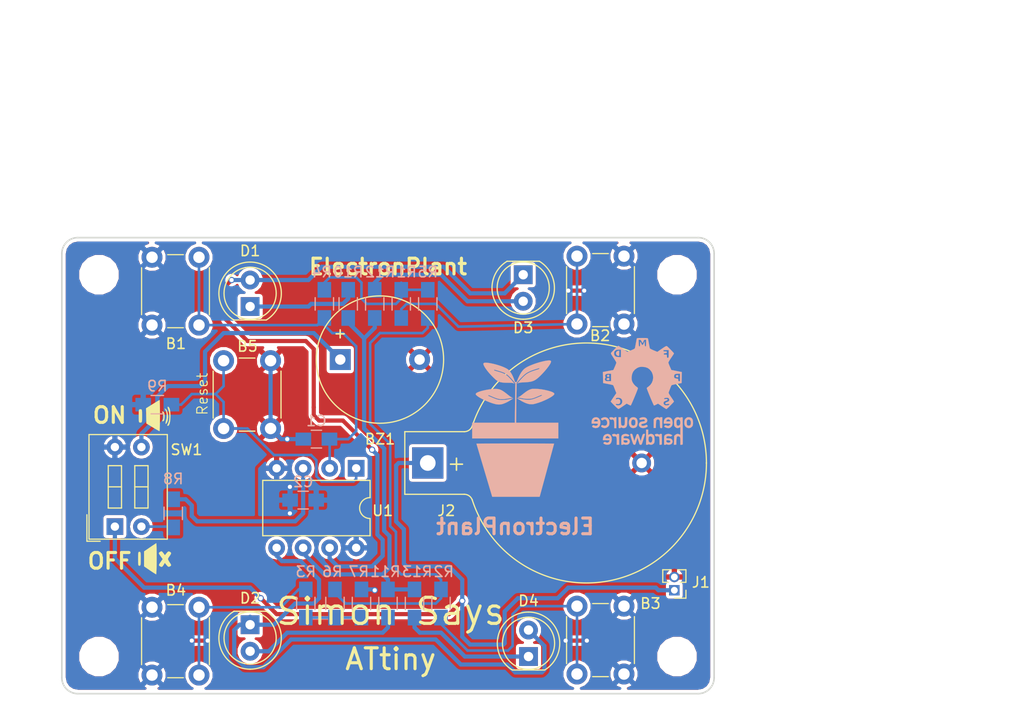
<source format=kicad_pcb>
(kicad_pcb (version 4) (host pcbnew 4.0.7)
  (title_block (title "Simon Says ATtiny") (date 2018-01-28) (rev 1) (company ElectronPlant))
  (layers (0 F.Cu signal) (31 B.Cu signal) (34 B.Paste user) (35 F.Paste user) (36 B.SilkS user) (37 F.SilkS user) (38 B.Mask user) (39 F.Mask user) (44 Edge.Cuts user))
  (net 0 "")
  (net 1 /BUTTONS)
  (net 2 VCC)
  (net 3 "Net-(B2-Pad2)")
  (net 4 "Net-(B3-Pad2)")
  (net 5 "Net-(B4-Pad2)")
  (net 6 GND)
  (net 7 /N_RESET)
  (net 8 /SPEAKER)
  (net 9 "Net-(D1-Pad1)")
  (net 10 /LED1)
  (net 11 /LED3)
  (net 12 "Net-(D2-Pad2)")
  (net 13 "Net-(D3-Pad2)")
  (net 14 "Net-(D4-Pad1)")
  (net 15 /BAT_INPUT)
  (net 16 "Net-(R1-Pad1)")
  (net 17 "Net-(R2-Pad1)")
  (net 18 "Net-(R3-Pad1)")
  (net 19 "Net-(R8-Pad1)")
  (net 20 /SPEAKER_R)
  (net 21 /LED2)
  (module simon_say:main_logo (layer B.Cu) (at 155.956 93.98 180)
    (fp_text reference G*** hide)
    (fp_text value LOGO hide)
  )
  (module Buttons_Switches_THT:SW_PUSH_6mm (layer F.Cu) (at 128.016 93.98 90)
    (fp_text reference B5 (at 7.874 2.286 180) (layer F.SilkS))
    (fp_text value SW_Push)
    (pad 2 thru_hole circle (at 0 4.5 180) (size 2 2) (drill 1.1) (layers *.Cu *.Mask) (net 6 GND))
    (pad 1 thru_hole circle (at 0 0 180) (size 2 2) (drill 1.1) (layers *.Cu *.Mask) (net 7 /N_RESET))
    (pad 2 thru_hole circle (at 6.5 4.5 180) (size 2 2) (drill 1.1) (layers *.Cu *.Mask) (net 6 GND))
    (pad 1 thru_hole circle (at 6.5 0 180) (size 2 2) (drill 1.1) (layers *.Cu *.Mask) (net 7 /N_RESET))
  )
  (module Buttons_Switches_THT:SW_DIP_x2_W7.62mm_Slide (layer F.Cu) (at 117.602 103.378 90)
    (fp_text reference SW1 (at 7.366 6.858 180) (layer F.SilkS))
    (fp_text value SW_DIP_x02)
    (pad 1 thru_hole rect (at 0 0 90) (size 1.6 1.6) (drill 0.8) (layers *.Cu *.Mask) (net 15 /BAT_INPUT))
    (pad 3 thru_hole oval (at 7.62 2.54 90) (size 1.6 1.6) (drill 0.8) (layers *.Cu *.Mask) (net 8 /SPEAKER))
    (pad 2 thru_hole oval (at 0 2.54 90) (size 1.6 1.6) (drill 0.8) (layers *.Cu *.Mask) (net 19 "Net-(R8-Pad1)"))
    (pad 4 thru_hole oval (at 7.62 0 90) (size 1.6 1.6) (drill 0.8) (layers *.Cu *.Mask) (net 2 VCC))
  )
  (module Buttons_Switches_THT:SW_PUSH_6mm (layer F.Cu) (at 166.37 110.998 270)
    (fp_text reference B3 (at -0.254 -2.54 360) (layer F.SilkS))
    (fp_text value SW_Push)
    (pad 2 thru_hole circle (at 0 4.5) (size 2 2) (drill 1.1) (layers *.Cu *.Mask) (net 4 "Net-(B3-Pad2)"))
    (pad 1 thru_hole circle (at 0 0) (size 2 2) (drill 1.1) (layers *.Cu *.Mask) (net 2 VCC))
    (pad 2 thru_hole circle (at 6.5 4.5) (size 2 2) (drill 1.1) (layers *.Cu *.Mask) (net 4 "Net-(B3-Pad2)"))
    (pad 1 thru_hole circle (at 6.5 0) (size 2 2) (drill 1.1) (layers *.Cu *.Mask) (net 2 VCC))
  )
  (module Buttons_Switches_THT:SW_PUSH_6mm (layer F.Cu) (at 121.158 84.074 90)
    (fp_text reference B1 (at -1.778 2.286 180) (layer F.SilkS))
    (fp_text value SW_Push)
    (pad 2 thru_hole circle (at 0 4.5 180) (size 2 2) (drill 1.1) (layers *.Cu *.Mask) (net 1 /BUTTONS))
    (pad 1 thru_hole circle (at 0 0 180) (size 2 2) (drill 1.1) (layers *.Cu *.Mask) (net 2 VCC))
    (pad 2 thru_hole circle (at 6.5 4.5 180) (size 2 2) (drill 1.1) (layers *.Cu *.Mask) (net 1 /BUTTONS))
    (pad 1 thru_hole circle (at 6.5 0 180) (size 2 2) (drill 1.1) (layers *.Cu *.Mask) (net 2 VCC))
  )
  (module Buttons_Switches_THT:SW_PUSH_6mm (layer F.Cu) (at 166.37 77.47 270)
    (fp_text reference B2 (at 7.62 2.286 360) (layer F.SilkS))
    (fp_text value SW_Push)
    (pad 2 thru_hole circle (at 0 4.5) (size 2 2) (drill 1.1) (layers *.Cu *.Mask) (net 3 "Net-(B2-Pad2)"))
    (pad 1 thru_hole circle (at 0 0) (size 2 2) (drill 1.1) (layers *.Cu *.Mask) (net 2 VCC))
    (pad 2 thru_hole circle (at 6.5 4.5) (size 2 2) (drill 1.1) (layers *.Cu *.Mask) (net 3 "Net-(B2-Pad2)"))
    (pad 1 thru_hole circle (at 6.5 0) (size 2 2) (drill 1.1) (layers *.Cu *.Mask) (net 2 VCC))
  )
  (module Buttons_Switches_THT:SW_PUSH_6mm (layer F.Cu) (at 121.158 117.602 90)
    (fp_text reference B4 (at 8.128 2.286 180) (layer F.SilkS))
    (fp_text value SW_Push)
    (pad 2 thru_hole circle (at 0 4.5 180) (size 2 2) (drill 1.1) (layers *.Cu *.Mask) (net 5 "Net-(B4-Pad2)"))
    (pad 1 thru_hole circle (at 0 0 180) (size 2 2) (drill 1.1) (layers *.Cu *.Mask) (net 2 VCC))
    (pad 2 thru_hole circle (at 6.5 4.5 180) (size 2 2) (drill 1.1) (layers *.Cu *.Mask) (net 5 "Net-(B4-Pad2)"))
    (pad 1 thru_hole circle (at 6.5 0 180) (size 2 2) (drill 1.1) (layers *.Cu *.Mask) (net 2 VCC))
  )
  (module Buzzers_Beepers:Buzzer_12x9.5RM7.6 (layer F.Cu) (at 139.192 87.376)
    (fp_text reference BZ1 (at 3.81 7.62) (layer F.SilkS))
    (fp_text value Buzzer)
    (fp_text user + (at -0.01 -2.54) (layer F.SilkS))
    (pad 1 thru_hole rect (at 0 0) (size 2 2) (drill 1) (layers *.Cu *.Mask) (net 8 /SPEAKER))
    (pad 2 thru_hole circle (at 7.6 0) (size 2 2) (drill 1) (layers *.Cu *.Mask) (net 6 GND))
  )
  (module Capacitors_SMD:C_0805_HandSoldering (layer B.Cu) (at 136.906 94.996 180)
    (fp_text reference C1 (at 0 1.75 180) (layer B.SilkS) (effects (justify mirror)))
    (fp_text value 33nF)
    (pad 1 smd rect (at -1.25 0 180) (size 1.5 1.25) (layers B.Cu B.Paste B.Mask) (net 1 /BUTTONS))
    (pad 2 smd rect (at 1.25 0 180) (size 1.5 1.25) (layers B.Cu B.Paste B.Mask) (net 6 GND))
  )
  (module Capacitors_SMD:C_0805_HandSoldering (layer B.Cu) (at 135.636 100.838 180)
    (fp_text reference C2 (at 0 1.75 180) (layer B.SilkS) (effects (justify mirror)))
    (fp_text value 0.1uF)
    (pad 1 smd rect (at -1.25 0 180) (size 1.5 1.25) (layers B.Cu B.Paste B.Mask) (net 2 VCC))
    (pad 2 smd rect (at 1.25 0 180) (size 1.5 1.25) (layers B.Cu B.Paste B.Mask) (net 6 GND))
  )
  (module LEDs:LED_D5.0mm (layer F.Cu) (at 130.556 82.296 90)
    (fp_text reference D1 (at 5.334 0 180) (layer F.SilkS))
    (fp_text value RED_LED)
    (pad 1 thru_hole rect (at 0 0 90) (size 1.8 1.8) (drill 0.9) (layers *.Cu *.Mask) (net 9 "Net-(D1-Pad1)"))
    (pad 2 thru_hole circle (at 2.54 0 90) (size 1.8 1.8) (drill 0.9) (layers *.Cu *.Mask) (net 10 /LED1))
  )
  (module LEDs:LED_D5.0mm (layer F.Cu) (at 130.556 112.776 270)
    (fp_text reference D2 (at -2.54 0 360) (layer F.SilkS))
    (fp_text value BLUE_LED)
    (pad 1 thru_hole rect (at 0 0 270) (size 1.8 1.8) (drill 0.9) (layers *.Cu *.Mask) (net 11 /LED3))
    (pad 2 thru_hole circle (at 2.54 0 270) (size 1.8 1.8) (drill 0.9) (layers *.Cu *.Mask) (net 12 "Net-(D2-Pad2)"))
  )
  (module LEDs:LED_D5.0mm (layer F.Cu) (at 156.718 79.248 270)
    (fp_text reference D3 (at 5.08 0 360) (layer F.SilkS))
    (fp_text value GREEN_LED)
    (pad 1 thru_hole rect (at 0 0 270) (size 1.8 1.8) (drill 0.9) (layers *.Cu *.Mask) (net 10 /LED1))
    (pad 2 thru_hole circle (at 2.54 0 270) (size 1.8 1.8) (drill 0.9) (layers *.Cu *.Mask) (net 13 "Net-(D3-Pad2)"))
  )
  (module LEDs:LED_D5.0mm (layer F.Cu) (at 157.226 115.824 90)
    (fp_text reference D4 (at 5.334 0 180) (layer F.SilkS))
    (fp_text value YELLOW_LED)
    (pad 1 thru_hole rect (at 0 0 90) (size 1.8 1.8) (drill 0.9) (layers *.Cu *.Mask) (net 14 "Net-(D4-Pad1)"))
    (pad 2 thru_hole circle (at 2.54 0 90) (size 1.8 1.8) (drill 0.9) (layers *.Cu *.Mask) (net 11 /LED3))
  )
  (module Pin_Headers:Pin_Header_Straight_1x02_Pitch1.27mm (layer F.Cu) (at 171.196 109.474 180)
    (fp_text reference J1 (at -2.54 0.762 180) (layer F.SilkS))
    (fp_text value AA_Battery)
    (pad 1 thru_hole rect (at 0 0 180) (size 1 1) (drill 0.65) (layers *.Cu *.Mask) (net 15 /BAT_INPUT))
    (pad 2 thru_hole oval (at 0 1.27 180) (size 1 1) (drill 0.65) (layers *.Cu *.Mask) (net 6 GND))
  )
  (module Battery_Holders:Keystone_103_1x20mm-CoinCell (layer F.Cu) (at 147.574 97.282)
    (fp_text reference J2 (at 1.778 4.572) (layer F.SilkS))
    (fp_text value Cell_Battery)
    (fp_text user + (at 2.75 0) (layer F.SilkS) (effects (font (size 1.5 1.5))))
    (pad 2 thru_hole circle (at 20.49 0) (size 1.8 1.8) (drill 1) (layers *.Cu *.Mask) (net 6 GND))
    (pad 1 thru_hole rect (at 0 0) (size 3 3) (drill 1.5) (layers *.Cu *.Mask) (net 15 /BAT_INPUT))
  )
  (module Resistors_SMD:R_0805_HandSoldering (layer B.Cu) (at 145.034 82.042 270)
    (fp_text reference R1 (at -3.048 -0.508 360) (layer B.SilkS) (effects (justify mirror)))
    (fp_text value 10k)
    (pad 1 smd rect (at -1.35 0 270) (size 1.5 1.3) (layers B.Cu B.Paste B.Mask) (net 16 "Net-(R1-Pad1)"))
    (pad 2 smd rect (at 1.35 0 270) (size 1.5 1.3) (layers B.Cu B.Paste B.Mask) (net 3 "Net-(B2-Pad2)"))
  )
  (module Resistors_SMD:R_0805_HandSoldering (layer B.Cu) (at 148.844 110.744 270)
    (fp_text reference R2 (at -3.048 -0.254 360) (layer B.SilkS) (effects (justify mirror)))
    (fp_text value 20k)
    (pad 1 smd rect (at -1.35 0 270) (size 1.5 1.3) (layers B.Cu B.Paste B.Mask) (net 17 "Net-(R2-Pad1)"))
    (pad 2 smd rect (at 1.35 0 270) (size 1.5 1.3) (layers B.Cu B.Paste B.Mask) (net 4 "Net-(B3-Pad2)"))
  )
  (module Resistors_SMD:R_0805_HandSoldering (layer B.Cu) (at 135.89 110.744 90)
    (fp_text reference R3 (at 3.048 0 180) (layer B.SilkS) (effects (justify mirror)))
    (fp_text value 30k)
    (pad 1 smd rect (at -1.35 0 90) (size 1.5 1.3) (layers B.Cu B.Paste B.Mask) (net 18 "Net-(R3-Pad1)"))
    (pad 2 smd rect (at 1.35 0 90) (size 1.5 1.3) (layers B.Cu B.Paste B.Mask) (net 5 "Net-(B4-Pad2)"))
  )
  (module Resistors_SMD:R_0805_HandSoldering (layer B.Cu) (at 137.668 82.042 90)
    (fp_text reference R4 (at 3.048 -0.254 180) (layer B.SilkS) (effects (justify mirror)))
    (fp_text value 51k)
    (pad 1 smd rect (at -1.35 0 90) (size 1.5 1.3) (layers B.Cu B.Paste B.Mask) (net 1 /BUTTONS))
    (pad 2 smd rect (at 1.35 0 90) (size 1.5 1.3) (layers B.Cu B.Paste B.Mask) (net 16 "Net-(R1-Pad1)"))
  )
  (module Resistors_SMD:R_0805_HandSoldering (layer B.Cu) (at 147.574 82.042 270)
    (fp_text reference R5 (at -3.048 0 360) (layer B.SilkS) (effects (justify mirror)))
    (fp_text value 10k)
    (pad 1 smd rect (at -1.35 0 270) (size 1.5 1.3) (layers B.Cu B.Paste B.Mask) (net 16 "Net-(R1-Pad1)"))
    (pad 2 smd rect (at 1.35 0 270) (size 1.5 1.3) (layers B.Cu B.Paste B.Mask) (net 17 "Net-(R2-Pad1)"))
  )
  (module Resistors_SMD:R_0805_HandSoldering (layer B.Cu) (at 138.684 110.744 270)
    (fp_text reference R6 (at -3.048 0.254 360) (layer B.SilkS) (effects (justify mirror)))
    (fp_text value 10k)
    (pad 1 smd rect (at -1.35 0 270) (size 1.5 1.3) (layers B.Cu B.Paste B.Mask) (net 17 "Net-(R2-Pad1)"))
    (pad 2 smd rect (at 1.35 0 270) (size 1.5 1.3) (layers B.Cu B.Paste B.Mask) (net 18 "Net-(R3-Pad1)"))
  )
  (module Resistors_SMD:R_0805_HandSoldering (layer B.Cu) (at 141.224 110.744 90)
    (fp_text reference R7 (at 3.048 -0.254 360) (layer B.SilkS) (effects (justify mirror)))
    (fp_text value 10k)
    (pad 1 smd rect (at -1.35 0 90) (size 1.5 1.3) (layers B.Cu B.Paste B.Mask) (net 18 "Net-(R3-Pad1)"))
    (pad 2 smd rect (at 1.35 0 90) (size 1.5 1.3) (layers B.Cu B.Paste B.Mask) (net 6 GND))
  )
  (module Resistors_SMD:R_0805_HandSoldering (layer B.Cu) (at 123.19 102.108 90)
    (fp_text reference R8 (at 3.302 0 180) (layer B.SilkS) (effects (justify mirror)))
    (fp_text value 100)
    (pad 1 smd rect (at -1.35 0 90) (size 1.5 1.3) (layers B.Cu B.Paste B.Mask) (net 19 "Net-(R8-Pad1)"))
    (pad 2 smd rect (at 1.35 0 90) (size 1.5 1.3) (layers B.Cu B.Paste B.Mask) (net 20 /SPEAKER_R))
  )
  (module Resistors_SMD:R_0805_HandSoldering (layer B.Cu) (at 121.666 91.694)
    (fp_text reference R9 (at 0 -1.778) (layer B.SilkS) (effects (justify mirror)))
    (fp_text value 10k)
    (pad 1 smd rect (at -1.35 0) (size 1.5 1.3) (layers B.Cu B.Paste B.Mask) (net 2 VCC))
    (pad 2 smd rect (at 1.35 0) (size 1.5 1.3) (layers B.Cu B.Paste B.Mask) (net 7 /N_RESET))
  )
  (module Resistors_SMD:R_0805_HandSoldering (layer B.Cu) (at 139.954 82.042 270)
    (fp_text reference R10 (at -3.048 0 360) (layer B.SilkS) (effects (justify mirror)))
    (fp_text value 47)
    (pad 1 smd rect (at -1.35 0 270) (size 1.5 1.3) (layers B.Cu B.Paste B.Mask) (net 9 "Net-(D1-Pad1)"))
    (pad 2 smd rect (at 1.35 0 270) (size 1.5 1.3) (layers B.Cu B.Paste B.Mask) (net 21 /LED2))
  )
  (module Resistors_SMD:R_0805_HandSoldering (layer B.Cu) (at 143.764 110.744 270)
    (fp_text reference R11 (at -3.048 0.254 360) (layer B.SilkS) (effects (justify mirror)))
    (fp_text value 47)
    (pad 1 smd rect (at -1.35 0 270) (size 1.5 1.3) (layers B.Cu B.Paste B.Mask) (net 21 /LED2))
    (pad 2 smd rect (at 1.35 0 270) (size 1.5 1.3) (layers B.Cu B.Paste B.Mask) (net 12 "Net-(D2-Pad2)"))
  )
  (module Resistors_SMD:R_0805_HandSoldering (layer B.Cu) (at 142.494 82.042 270)
    (fp_text reference R12 (at -3.048 -0.508 360) (layer B.SilkS) (effects (justify mirror)))
    (fp_text value 47)
    (pad 1 smd rect (at -1.35 0 270) (size 1.5 1.3) (layers B.Cu B.Paste B.Mask) (net 13 "Net-(D3-Pad2)"))
    (pad 2 smd rect (at 1.35 0 270) (size 1.5 1.3) (layers B.Cu B.Paste B.Mask) (net 21 /LED2))
  )
  (module Resistors_SMD:R_0805_HandSoldering (layer B.Cu) (at 146.304 110.744 270)
    (fp_text reference R13 (at -3.048 -0.254 540) (layer B.SilkS) (effects (justify mirror)))
    (fp_text value 47)
    (pad 1 smd rect (at -1.35 0 270) (size 1.5 1.3) (layers B.Cu B.Paste B.Mask) (net 21 /LED2))
    (pad 2 smd rect (at 1.35 0 270) (size 1.5 1.3) (layers B.Cu B.Paste B.Mask) (net 14 "Net-(D4-Pad1)"))
  )
  (module Housings_DIP:DIP-8_W7.62mm (layer F.Cu) (at 140.716 97.79 270)
    (fp_text reference U1 (at 4.064 -2.54 360) (layer F.SilkS))
    (fp_text value ATTINY45-20PU)
    (pad 1 thru_hole rect (at 0 0 270) (size 1.6 1.6) (drill 0.8) (layers *.Cu *.Mask) (net 7 /N_RESET))
    (pad 5 thru_hole oval (at 7.62 7.62 270) (size 1.6 1.6) (drill 0.8) (layers *.Cu *.Mask) (net 11 /LED3))
    (pad 2 thru_hole oval (at 0 2.54 270) (size 1.6 1.6) (drill 0.8) (layers *.Cu *.Mask) (net 1 /BUTTONS))
    (pad 6 thru_hole oval (at 7.62 5.08 270) (size 1.6 1.6) (drill 0.8) (layers *.Cu *.Mask) (net 21 /LED2))
    (pad 3 thru_hole oval (at 0 5.08 270) (size 1.6 1.6) (drill 0.8) (layers *.Cu *.Mask) (net 20 /SPEAKER_R))
    (pad 7 thru_hole oval (at 7.62 2.54 270) (size 1.6 1.6) (drill 0.8) (layers *.Cu *.Mask) (net 10 /LED1))
    (pad 4 thru_hole oval (at 0 7.62 270) (size 1.6 1.6) (drill 0.8) (layers *.Cu *.Mask) (net 6 GND))
    (pad 8 thru_hole oval (at 7.62 0 270) (size 1.6 1.6) (drill 0.8) (layers *.Cu *.Mask) (net 2 VCC))
  )
  (module Mounting_Holes:MountingHole_3.2mm_M3 (layer F.Cu) (at 116.078 115.824)
    (fp_text reference REF** hide)
    (fp_text value MountingHole_3.2mm_M3)
    (pad 1 np_thru_hole circle (at 0 0) (size 3.2 3.2) (drill 3.2) (layers *.Cu *.Mask))
  )
  (module Mounting_Holes:MountingHole_3.2mm_M3 (layer F.Cu) (at 116.078 79.248)
    (fp_text reference REF** hide)
    (fp_text value MountingHole_3.2mm_M3)
    (pad 1 np_thru_hole circle (at 0 0) (size 3.2 3.2) (drill 3.2) (layers *.Cu *.Mask))
  )
  (module Mounting_Holes:MountingHole_3.2mm_M3 (layer F.Cu) (at 171.45 79.248)
    (fp_text reference REF** hide)
    (fp_text value MountingHole_3.2mm_M3)
    (pad 1 np_thru_hole circle (at 0 0) (size 3.2 3.2) (drill 3.2) (layers *.Cu *.Mask))
  )
  (module Mounting_Holes:MountingHole_3.2mm_M3 (layer F.Cu) (at 171.45 115.824)
    (fp_text reference REF** hide)
    (fp_text value MountingHole_3.2mm_M3)
    (pad 1 np_thru_hole circle (at 0 0) (size 3.2 3.2) (drill 3.2) (layers *.Cu *.Mask))
  )
  (module simon_say:via_gnd (layer F.Cu) (at 134.366 99.568)
    (fp_text reference REF** hide)
    (fp_text value via_gnd hide)
    (pad 1 thru_hole circle (at 0 0) (size 0.6 0.6) (drill 0.4) (layers *.Cu) (net 6 GND))
  )
  (module simon_say:via_gnd (layer F.Cu) (at 134.366 102.108)
    (fp_text reference REF** hide)
    (fp_text value via_gnd hide)
    (pad 1 thru_hole circle (at 0 0) (size 0.6 0.6) (drill 0.4) (layers *.Cu) (net 6 GND))
  )
  (module simon_say:sound_on_icon (layer F.Cu) (at 121.412 92.71)
    (fp_text reference G*** hide)
    (fp_text value LOGO hide)
  )
  (module simon_say:mute_icon (layer F.Cu) (at 121.412 106.426)
    (fp_text reference G*** hide)
    (fp_text value LOGO hide)
  )
  (module simon_say:test_logo (layer B.Cu) (at 143.256 90.678 180)
    (fp_text reference G*** hide)
    (fp_text value LOGO hide)
  )
  (module Simon_says:open_hardware_logo_correct (layer B.Cu) (at 168.148 90.424 180)
    (fp_text reference G*** hide)
    (fp_text value LOGO hide)
  )
  (gr_text Reset (at 125.984 90.678 90) (layer F.SilkS) (effects (font (size 1 1) (thickness 0.1))))
  (gr_text ElectronPlant (at 143.764 78.486) (layer F.SilkS) (effects (font (size 1.5 1.5) (thickness 0.3))))
  (gr_text ElectronPlant (at 155.956 103.378) (layer B.SilkS) (effects (font (size 1.5 1.5) (thickness 0.3)) (justify mirror)))
  (gr_text OFF (at 117.094 106.68) (layer F.SilkS) (effects (font (size 1.5 1.5) (thickness 0.3))))
  (gr_text ON (at 117.094 92.71) (layer F.SilkS) (effects (font (size 1.5 1.5) (thickness 0.3))))
  (gr_text ATtiny (at 144.018 116.078) (layer F.SilkS) (effects (font (size 2 2) (thickness 0.3))))
  (gr_text "Simon Says" (at 144.018 111.506) (layer F.SilkS) (effects (font (size 2.5 2.5) (thickness 0.3))))
  (gr_line (start 114.046 119.38) (end 173.482 119.38) (angle 90) (layer Edge.Cuts) (width 0.15))
  (gr_line (start 114.046 75.692) (end 173.482 75.692) (angle 90) (layer Edge.Cuts) (width 0.15))
  (gr_arc (start 173.482 117.856) (end 175.006 117.856) (angle 90) (layer Edge.Cuts) (width 0.15))
  (gr_arc (start 173.482 77.216) (end 173.482 75.692) (angle 90) (layer Edge.Cuts) (width 0.15))
  (gr_arc (start 114.046 77.216) (end 112.522 77.216) (angle 90) (layer Edge.Cuts) (width 0.15))
  (gr_line (start 112.522 117.856) (end 112.522 77.216) (angle 90) (layer Edge.Cuts) (width 0.15))
  (gr_line (start 175.006 117.856) (end 175.006 77.216) (angle 90) (layer Edge.Cuts) (width 0.15))
  (gr_arc (start 114.046 117.856) (end 114.046 119.38) (angle 90) (layer Edge.Cuts) (width 0.15))
  (segment (start 140.716 93.218) (end 140.716 94.234) (width 0.25) (layer B.Cu) (net 1))
  (segment (start 138.43 84.836) (end 139.446 84.836) (width 0.25) (layer B.Cu) (net 1))
  (segment (start 139.446 84.836) (end 140.716 86.106) (width 0.25) (layer B.Cu) (net 1))
  (segment (start 140.716 86.106) (end 140.716 93.218) (width 0.25) (layer B.Cu) (net 1))
  (segment (start 137.668 84.074) (end 138.43 84.836) (width 0.25) (layer B.Cu) (net 1))
  (segment (start 139.954 94.996) (end 138.156 94.996) (width 0.25) (layer B.Cu) (net 1))
  (segment (start 140.716 94.234) (end 139.954 94.996) (width 0.25) (layer B.Cu) (net 1))
  (segment (start 137.668 83.392) (end 137.668 84.074) (width 0.25) (layer B.Cu) (net 1))
  (segment (start 125.658 84.074) (end 136.986 84.074) (width 0.25) (layer B.Cu) (net 1))
  (segment (start 136.986 84.074) (end 137.668 83.392) (width 0.25) (layer B.Cu) (net 1))
  (segment (start 125.658 84.074) (end 125.658 77.574) (width 0.25) (layer B.Cu) (net 1))
  (segment (start 138.176 97.79) (end 138.176 95.016) (width 0.25) (layer B.Cu) (net 1))
  (segment (start 138.176 95.016) (end 138.156 94.996) (width 0.25) (layer B.Cu) (net 1))
  (segment (start 161.036 80.772) (end 161.29 80.772) (width 0.4) (layer F.Cu) (net 2))
  (segment (start 163.068 80.772) (end 162.56 80.772) (width 0.4) (layer B.Cu) (net 2))
  (via (at 162.56 80.772) (size 0.6) (drill 0.4) (layers F.Cu B.Cu) (net 2))
  (segment (start 162.56 80.772) (end 161.29 80.772) (width 0.4) (layer F.Cu) (net 2))
  (segment (start 163.068 80.772) (end 166.37 77.47) (width 0.4) (layer B.Cu) (net 2))
  (via (at 161.036 80.772) (size 0.6) (drill 0.4) (layers F.Cu B.Cu) (net 2))
  (segment (start 121.158 117.602) (end 124.46 114.3) (width 0.4) (layer B.Cu) (net 2))
  (via (at 124.968 114.3) (size 0.6) (drill 0.4) (layers F.Cu B.Cu) (net 2))
  (segment (start 124.968 114.3) (end 126.492 114.3) (width 0.4) (layer F.Cu) (net 2))
  (via (at 126.492 114.3) (size 0.6) (drill 0.4) (layers F.Cu B.Cu) (net 2))
  (segment (start 124.46 114.3) (end 124.968 114.3) (width 0.4) (layer B.Cu) (net 2))
  (segment (start 166.37 117.498) (end 166.37 117.348) (width 0.4) (layer B.Cu) (net 2))
  (segment (start 166.37 117.348) (end 163.322 114.3) (width 0.4) (layer B.Cu) (net 2))
  (via (at 160.782 114.3) (size 0.6) (drill 0.4) (layers F.Cu B.Cu) (net 2))
  (segment (start 162.814 114.3) (end 160.782 114.3) (width 0.4) (layer F.Cu) (net 2))
  (via (at 162.814 114.3) (size 0.6) (drill 0.4) (layers F.Cu B.Cu) (net 2))
  (segment (start 163.322 114.3) (end 162.814 114.3) (width 0.4) (layer B.Cu) (net 2))
  (segment (start 161.87 83.97) (end 150.518 84.224) (width 0.25) (layer B.Cu) (net 3))
  (segment (start 145.034 82.55) (end 145.034 83.392) (width 0.25) (layer B.Cu) (net 3))
  (segment (start 145.542 82.042) (end 145.034 82.55) (width 0.25) (layer B.Cu) (net 3))
  (segment (start 148.336 82.042) (end 145.542 82.042) (width 0.25) (layer B.Cu) (net 3))
  (segment (start 150.518 84.224) (end 148.336 82.042) (width 0.25) (layer B.Cu) (net 3))
  (segment (start 161.87 77.47) (end 161.87 83.97) (width 0.25) (layer B.Cu) (net 3))
  (segment (start 148.844 112.094) (end 148.844 112.708998) (width 0.25) (layer B.Cu) (net 4))
  (segment (start 148.844 112.708998) (end 151.384 115.248998) (width 0.25) (layer B.Cu) (net 4))
  (segment (start 151.384 115.248998) (end 155.261002 115.248998) (width 0.25) (layer B.Cu) (net 4))
  (segment (start 155.261002 115.248998) (end 155.702 114.808) (width 0.25) (layer B.Cu) (net 4))
  (segment (start 155.702 114.808) (end 155.702 111.76) (width 0.25) (layer B.Cu) (net 4))
  (segment (start 155.702 111.76) (end 156.464 110.998) (width 0.25) (layer B.Cu) (net 4))
  (segment (start 156.464 110.998) (end 161.87 110.998) (width 0.25) (layer B.Cu) (net 4))
  (segment (start 161.616 110.744) (end 161.87 110.998) (width 0.25) (layer B.Cu) (net 4))
  (segment (start 161.87 117.498) (end 161.87 110.998) (width 0.25) (layer B.Cu) (net 4))
  (segment (start 125.658 111.102) (end 133.5 111.102) (width 0.25) (layer B.Cu) (net 5))
  (segment (start 135.208 109.394) (end 135.89 109.394) (width 0.25) (layer B.Cu) (net 5))
  (segment (start 133.5 111.102) (end 135.208 109.394) (width 0.25) (layer B.Cu) (net 5))
  (segment (start 125.658 117.602) (end 125.658 111.102) (width 0.25) (layer B.Cu) (net 5))
  (segment (start 132.516 87.48) (end 132.516 93.98) (width 0.4) (layer B.Cu) (net 6))
  (segment (start 132.516 93.98) (end 133.532 94.996) (width 0.4) (layer B.Cu) (net 6))
  (segment (start 133.532 94.996) (end 134.112 94.996) (width 0.4) (layer B.Cu) (net 6))
  (segment (start 132.516 93.98) (end 132.588 93.98) (width 0.4) (layer B.Cu) (net 6))
  (via (at 134.112 94.996) (size 0.6) (drill 0.4) (layers F.Cu B.Cu) (net 6))
  (segment (start 135.656 94.996) (end 134.112 94.996) (width 0.4) (layer B.Cu) (net 6))
  (via (at 142.494 109.474) (size 0.6) (drill 0.4) (layers F.Cu B.Cu) (net 6))
  (segment (start 142.414 109.394) (end 142.494 109.474) (width 0.4) (layer B.Cu) (net 6))
  (segment (start 141.224 109.394) (end 142.414 109.394) (width 0.4) (layer B.Cu) (net 6))
  (segment (start 128.016 93.98) (end 130.302 93.98) (width 0.25) (layer B.Cu) (net 7))
  (segment (start 140.716 98.806) (end 140.716 97.79) (width 0.25) (layer B.Cu) (net 7))
  (segment (start 140.462 99.06) (end 140.716 98.806) (width 0.25) (layer B.Cu) (net 7))
  (segment (start 137.414 99.06) (end 140.462 99.06) (width 0.25) (layer B.Cu) (net 7))
  (segment (start 136.906 98.552) (end 137.414 99.06) (width 0.25) (layer B.Cu) (net 7))
  (segment (start 136.906 97.028) (end 136.906 98.552) (width 0.25) (layer B.Cu) (net 7))
  (segment (start 136.398 96.52) (end 136.906 97.028) (width 0.25) (layer B.Cu) (net 7))
  (segment (start 133.858 96.52) (end 136.398 96.52) (width 0.25) (layer B.Cu) (net 7))
  (segment (start 132.842 96.52) (end 133.858 96.52) (width 0.25) (layer B.Cu) (net 7))
  (segment (start 130.302 93.98) (end 132.842 96.52) (width 0.25) (layer B.Cu) (net 7))
  (segment (start 128.016 93.98) (end 129.794 93.98) (width 0.25) (layer B.Cu) (net 7))
  (segment (start 127.254 90.678) (end 128.016 91.44) (width 0.25) (layer B.Cu) (net 7))
  (segment (start 128.016 91.44) (end 128.016 93.98) (width 0.25) (layer B.Cu) (net 7))
  (segment (start 123.016 91.694) (end 123.952 91.694) (width 0.25) (layer B.Cu) (net 7))
  (segment (start 128.016 89.916) (end 128.016 87.48) (width 0.25) (layer B.Cu) (net 7))
  (segment (start 127.254 90.678) (end 128.016 89.916) (width 0.25) (layer B.Cu) (net 7))
  (segment (start 124.968 90.678) (end 127.254 90.678) (width 0.25) (layer B.Cu) (net 7))
  (segment (start 123.952 91.694) (end 124.968 90.678) (width 0.25) (layer B.Cu) (net 7))
  (segment (start 127.992 87.456) (end 128.016 87.48) (width 0.25) (layer B.Cu) (net 7))
  (segment (start 120.142 95.758) (end 120.142 94.488) (width 0.4) (layer B.Cu) (net 8))
  (segment (start 136.652 84.836) (end 139.192 87.376) (width 0.4) (layer B.Cu) (net 8))
  (segment (start 128.016 84.836) (end 136.652 84.836) (width 0.4) (layer B.Cu) (net 8))
  (segment (start 126.238 86.614) (end 128.016 84.836) (width 0.4) (layer B.Cu) (net 8))
  (segment (start 126.238 89.408) (end 126.238 86.614) (width 0.4) (layer B.Cu) (net 8))
  (segment (start 125.73 89.916) (end 126.238 89.408) (width 0.4) (layer B.Cu) (net 8))
  (segment (start 122.682 89.916) (end 125.73 89.916) (width 0.4) (layer B.Cu) (net 8))
  (segment (start 121.666 90.932) (end 122.682 89.916) (width 0.4) (layer B.Cu) (net 8))
  (segment (start 121.666 92.964) (end 121.666 90.932) (width 0.4) (layer B.Cu) (net 8))
  (segment (start 120.142 94.488) (end 121.666 92.964) (width 0.4) (layer B.Cu) (net 8))
  (segment (start 130.556 82.296) (end 136.144 82.296) (width 0.4) (layer B.Cu) (net 9))
  (segment (start 139.954 81.534) (end 139.954 80.692) (width 0.4) (layer B.Cu) (net 9))
  (segment (start 139.446 82.042) (end 139.954 81.534) (width 0.4) (layer B.Cu) (net 9))
  (segment (start 136.398 82.042) (end 139.446 82.042) (width 0.4) (layer B.Cu) (net 9))
  (segment (start 136.144 82.296) (end 136.398 82.042) (width 0.4) (layer B.Cu) (net 9))
  (segment (start 130.302 85.598) (end 135.89 85.598) (width 0.4) (layer F.Cu) (net 10))
  (segment (start 142.748 96.52) (end 142.748 104.14) (width 0.4) (layer B.Cu) (net 10))
  (segment (start 142.748 104.14) (end 143.256 104.648) (width 0.4) (layer B.Cu) (net 10))
  (segment (start 143.256 104.648) (end 143.256 105.664) (width 0.4) (layer B.Cu) (net 10))
  (segment (start 142.748 96.52) (end 142.24 96.012) (width 0.4) (layer B.Cu) (net 10))
  (via (at 142.24 96.012) (size 0.6) (drill 0.4) (layers F.Cu B.Cu) (net 10))
  (segment (start 142.24 96.012) (end 139.446 93.218) (width 0.4) (layer F.Cu) (net 10))
  (segment (start 139.446 93.218) (end 137.16 93.218) (width 0.4) (layer F.Cu) (net 10))
  (segment (start 137.16 93.218) (end 136.652 92.71) (width 0.4) (layer F.Cu) (net 10))
  (segment (start 136.652 92.71) (end 136.652 91.948) (width 0.4) (layer F.Cu) (net 10))
  (via (at 128.778 79.756) (size 0.6) (drill 0.4) (layers F.Cu B.Cu) (net 10))
  (segment (start 128.778 79.756) (end 128.27 80.264) (width 0.4) (layer F.Cu) (net 10))
  (segment (start 128.27 80.264) (end 128.27 83.566) (width 0.4) (layer F.Cu) (net 10))
  (segment (start 128.27 83.566) (end 130.302 85.598) (width 0.4) (layer F.Cu) (net 10))
  (segment (start 135.89 85.598) (end 136.652 86.36) (width 0.4) (layer F.Cu) (net 10))
  (segment (start 136.652 86.36) (end 136.652 91.948) (width 0.4) (layer F.Cu) (net 10))
  (segment (start 130.556 79.756) (end 128.778 79.756) (width 0.4) (layer B.Cu) (net 10))
  (segment (start 143.256 105.664) (end 143.256 106.172) (width 0.4) (layer B.Cu) (net 10))
  (segment (start 143.256 106.172) (end 142.748 106.68) (width 0.4) (layer B.Cu) (net 10))
  (segment (start 142.748 106.68) (end 142.24 107.188) (width 0.4) (layer B.Cu) (net 10))
  (segment (start 142.24 107.188) (end 138.938 107.188) (width 0.4) (layer B.Cu) (net 10))
  (segment (start 138.938 107.188) (end 138.176 106.426) (width 0.4) (layer B.Cu) (net 10))
  (segment (start 138.176 106.426) (end 138.176 105.41) (width 0.4) (layer B.Cu) (net 10))
  (segment (start 143.256 105.664) (end 143.256 105.918) (width 0.4) (layer B.Cu) (net 10))
  (segment (start 149.001242 78.486) (end 149.098 78.486) (width 0.4) (layer B.Cu) (net 10))
  (segment (start 136.144 79.756) (end 137.414 78.486) (width 0.4) (layer B.Cu) (net 10))
  (segment (start 137.414 78.486) (end 143.002 78.486) (width 0.4) (layer B.Cu) (net 10))
  (segment (start 149.001242 78.486) (end 143.002 78.486) (width 0.4) (layer B.Cu) (net 10))
  (segment (start 130.556 79.756) (end 136.144 79.756) (width 0.4) (layer B.Cu) (net 10))
  (segment (start 154.94 81.026) (end 156.718 79.248) (width 0.4) (layer B.Cu) (net 10))
  (segment (start 151.638 81.026) (end 154.94 81.026) (width 0.4) (layer B.Cu) (net 10))
  (segment (start 149.098 78.486) (end 151.638 81.026) (width 0.4) (layer B.Cu) (net 10))
  (segment (start 156.718 79.248) (end 156.718 79.359998) (width 0.4) (layer B.Cu) (net 10))
  (segment (start 156.21 79.756) (end 156.718 79.248) (width 0.4) (layer B.Cu) (net 10))
  (segment (start 158.75 117.094) (end 158.75 114.808) (width 0.4) (layer B.Cu) (net 11))
  (segment (start 155.194 116.586) (end 155.956 117.348) (width 0.4) (layer B.Cu) (net 11))
  (segment (start 155.956 117.348) (end 158.496 117.348) (width 0.4) (layer B.Cu) (net 11))
  (segment (start 158.496 117.348) (end 158.75 117.094) (width 0.4) (layer B.Cu) (net 11))
  (segment (start 130.556 112.776) (end 129.54 112.776) (width 0.4) (layer B.Cu) (net 11))
  (segment (start 150.733998 116.586) (end 152.654 116.586) (width 0.4) (layer B.Cu) (net 11))
  (segment (start 148.336 114.188002) (end 150.733998 116.586) (width 0.4) (layer B.Cu) (net 11))
  (segment (start 148.224002 114.188002) (end 148.336 114.188002) (width 0.4) (layer B.Cu) (net 11))
  (segment (start 134.477998 114.188002) (end 148.224002 114.188002) (width 0.4) (layer B.Cu) (net 11))
  (segment (start 131.826 116.84) (end 134.477998 114.188002) (width 0.4) (layer B.Cu) (net 11))
  (segment (start 130.048 116.84) (end 131.826 116.84) (width 0.4) (layer B.Cu) (net 11))
  (segment (start 129.032 115.824) (end 130.048 116.84) (width 0.4) (layer B.Cu) (net 11))
  (segment (start 129.032 113.284) (end 129.032 115.824) (width 0.4) (layer B.Cu) (net 11))
  (segment (start 129.54 112.776) (end 129.032 113.284) (width 0.4) (layer B.Cu) (net 11))
  (segment (start 152.654 116.586) (end 155.194 116.586) (width 0.4) (layer B.Cu) (net 11))
  (segment (start 158.75 114.808) (end 157.226 113.284) (width 0.4) (layer B.Cu) (net 11))
  (segment (start 137.16 108.458) (end 135.382 106.68) (width 0.4) (layer B.Cu) (net 11))
  (segment (start 132.842 112.776) (end 134.874 110.744) (width 0.4) (layer B.Cu) (net 11))
  (segment (start 134.874 110.744) (end 136.652 110.744) (width 0.4) (layer B.Cu) (net 11))
  (segment (start 136.652 110.744) (end 137.16 110.236) (width 0.4) (layer B.Cu) (net 11))
  (segment (start 137.16 110.236) (end 137.16 108.458) (width 0.4) (layer B.Cu) (net 11))
  (segment (start 130.556 112.776) (end 132.842 112.776) (width 0.4) (layer B.Cu) (net 11))
  (segment (start 133.604 106.68) (end 133.096 106.172) (width 0.4) (layer B.Cu) (net 11))
  (segment (start 133.858 106.68) (end 133.604 106.68) (width 0.4) (layer B.Cu) (net 11))
  (segment (start 135.382 106.68) (end 133.858 106.68) (width 0.4) (layer B.Cu) (net 11))
  (segment (start 133.096 106.172) (end 133.096 105.41) (width 0.4) (layer B.Cu) (net 11))
  (segment (start 130.556 112.776) (end 130.302 112.776) (width 0.4) (layer B.Cu) (net 11))
  (segment (start 130.556 112.776) (end 130.556 112.014) (width 0.4) (layer B.Cu) (net 11))
  (segment (start 130.556 115.316) (end 132.334 115.316) (width 0.4) (layer B.Cu) (net 12))
  (segment (start 143.764 113.03) (end 143.764 112.094) (width 0.4) (layer B.Cu) (net 12))
  (segment (start 143.256 113.538) (end 143.764 113.03) (width 0.4) (layer B.Cu) (net 12))
  (segment (start 134.112 113.538) (end 143.256 113.538) (width 0.4) (layer B.Cu) (net 12))
  (segment (start 132.334 115.316) (end 134.112 113.538) (width 0.4) (layer B.Cu) (net 12))
  (segment (start 148.844 79.248) (end 151.384 81.788) (width 0.4) (layer B.Cu) (net 13))
  (segment (start 143.256 79.248) (end 148.844 79.248) (width 0.4) (layer B.Cu) (net 13))
  (segment (start 142.494 80.01) (end 143.256 79.248) (width 0.4) (layer B.Cu) (net 13))
  (segment (start 151.384 81.788) (end 156.718 81.788) (width 0.4) (layer B.Cu) (net 13))
  (segment (start 142.494 80.692) (end 142.494 80.01) (width 0.4) (layer B.Cu) (net 13))
  (segment (start 157.226 115.824) (end 151.13 115.824) (width 0.4) (layer B.Cu) (net 14))
  (segment (start 151.13 115.824) (end 148.844 113.538) (width 0.4) (layer B.Cu) (net 14))
  (segment (start 148.844 113.538) (end 146.812 113.538) (width 0.4) (layer B.Cu) (net 14))
  (segment (start 146.812 113.538) (end 146.304 113.03) (width 0.4) (layer B.Cu) (net 14))
  (segment (start 146.304 113.03) (end 146.304 112.094) (width 0.4) (layer B.Cu) (net 14))
  (segment (start 157.226 115.824) (end 156.718 115.824) (width 0.4) (layer B.Cu) (net 14))
  (segment (start 147.574 97.282) (end 144.78 97.282) (width 0.4) (layer B.Cu) (net 15))
  (segment (start 150.876 108.458) (end 150.876 110.49) (width 0.4) (layer B.Cu) (net 15))
  (segment (start 149.606 107.188) (end 150.876 108.458) (width 0.4) (layer B.Cu) (net 15))
  (segment (start 145.542 107.188) (end 149.606 107.188) (width 0.4) (layer B.Cu) (net 15))
  (segment (start 145.288 106.934) (end 145.542 107.188) (width 0.4) (layer B.Cu) (net 15))
  (segment (start 145.288 103.632) (end 145.288 106.934) (width 0.4) (layer B.Cu) (net 15))
  (segment (start 144.548006 102.892006) (end 145.288 103.632) (width 0.4) (layer B.Cu) (net 15))
  (segment (start 144.548006 97.513994) (end 144.548006 102.892006) (width 0.4) (layer B.Cu) (net 15))
  (segment (start 144.78 97.282) (end 144.548006 97.513994) (width 0.4) (layer B.Cu) (net 15))
  (segment (start 150.876 110.49) (end 150.876 113.927822) (width 0.4) (layer B.Cu) (net 15))
  (segment (start 169.672 109.474) (end 171.196 109.474) (width 0.4) (layer B.Cu) (net 15))
  (segment (start 169.418 109.22) (end 169.672 109.474) (width 0.4) (layer B.Cu) (net 15))
  (segment (start 161.036 109.22) (end 169.418 109.22) (width 0.4) (layer B.Cu) (net 15))
  (segment (start 160.02 110.236) (end 161.036 109.22) (width 0.4) (layer B.Cu) (net 15))
  (segment (start 156.21 110.236) (end 160.02 110.236) (width 0.4) (layer B.Cu) (net 15))
  (segment (start 154.94 111.506) (end 156.21 110.236) (width 0.4) (layer B.Cu) (net 15))
  (segment (start 154.94 114.554) (end 154.94 111.506) (width 0.4) (layer B.Cu) (net 15))
  (segment (start 154.820004 114.673996) (end 154.94 114.554) (width 0.4) (layer B.Cu) (net 15))
  (segment (start 151.622174 114.673996) (end 154.820004 114.673996) (width 0.4) (layer B.Cu) (net 15))
  (segment (start 150.876 113.927822) (end 151.622174 114.673996) (width 0.4) (layer B.Cu) (net 15))
  (segment (start 133.35 111.76) (end 133.096 111.76) (width 0.4) (layer F.Cu) (net 15))
  (via (at 150.876 110.49) (size 0.6) (drill 0.4) (layers F.Cu B.Cu) (net 15))
  (segment (start 150.876 110.49) (end 149.606 111.76) (width 0.4) (layer F.Cu) (net 15))
  (segment (start 149.606 111.76) (end 133.35 111.76) (width 0.4) (layer F.Cu) (net 15))
  (segment (start 117.602 106.426) (end 117.602 103.378) (width 0.4) (layer B.Cu) (net 15))
  (segment (start 120.396 109.22) (end 117.602 106.426) (width 0.4) (layer B.Cu) (net 15))
  (segment (start 130.556 109.22) (end 120.396 109.22) (width 0.4) (layer B.Cu) (net 15))
  (segment (start 131.572 110.236) (end 130.556 109.22) (width 0.4) (layer B.Cu) (net 15))
  (via (at 131.572 110.236) (size 0.6) (drill 0.4) (layers F.Cu B.Cu) (net 15))
  (segment (start 133.096 111.76) (end 131.572 110.236) (width 0.4) (layer F.Cu) (net 15))
  (segment (start 137.668 80.692) (end 137.668 80.01) (width 0.25) (layer B.Cu) (net 16))
  (segment (start 137.668 80.01) (end 138.176 79.502) (width 0.25) (layer B.Cu) (net 16))
  (segment (start 145.034 81.534) (end 145.034 80.692) (width 0.25) (layer B.Cu) (net 16))
  (segment (start 144.526 82.042) (end 145.034 81.534) (width 0.25) (layer B.Cu) (net 16))
  (segment (start 141.732 82.042) (end 144.526 82.042) (width 0.25) (layer B.Cu) (net 16))
  (segment (start 141.224 81.534) (end 141.732 82.042) (width 0.25) (layer B.Cu) (net 16))
  (segment (start 141.224 80.01) (end 141.224 81.534) (width 0.25) (layer B.Cu) (net 16))
  (segment (start 140.716 79.502) (end 141.224 80.01) (width 0.25) (layer B.Cu) (net 16))
  (segment (start 138.176 79.502) (end 140.716 79.502) (width 0.25) (layer B.Cu) (net 16))
  (segment (start 145.034 80.692) (end 147.574 80.692) (width 0.25) (layer B.Cu) (net 16))
  (segment (start 145.034 80.01) (end 145.034 80.692) (width 0.25) (layer B.Cu) (net 16))
  (segment (start 137.668 80.692) (end 137.668 80.772) (width 0.25) (layer B.Cu) (net 16))
  (segment (start 142.053002 93.218) (end 142.053002 93.539002) (width 0.25) (layer B.Cu) (net 17))
  (segment (start 147.066 84.836) (end 143.002 84.836) (width 0.25) (layer B.Cu) (net 17))
  (segment (start 143.002 84.836) (end 143.002 84.836) (width 0.25) (layer B.Cu) (net 17))
  (segment (start 143.002 84.836) (end 142.053002 85.784998) (width 0.25) (layer B.Cu) (net 17))
  (segment (start 142.053002 85.784998) (end 142.053002 93.218) (width 0.25) (layer B.Cu) (net 17))
  (segment (start 147.574 83.392) (end 147.574 84.328) (width 0.25) (layer B.Cu) (net 17))
  (segment (start 147.574 84.328) (end 147.066 84.836) (width 0.25) (layer B.Cu) (net 17))
  (segment (start 144.526 107.442) (end 145.034 107.95) (width 0.25) (layer B.Cu) (net 17))
  (segment (start 144.526 103.886) (end 144.526 107.442) (width 0.25) (layer B.Cu) (net 17))
  (segment (start 143.973004 103.333004) (end 144.526 103.886) (width 0.25) (layer B.Cu) (net 17))
  (segment (start 143.973004 95.459004) (end 143.973004 103.333004) (width 0.25) (layer B.Cu) (net 17))
  (segment (start 142.053002 93.539002) (end 143.973004 95.459004) (width 0.25) (layer B.Cu) (net 17))
  (segment (start 148.844 108.458) (end 148.336 107.95) (width 0.25) (layer B.Cu) (net 17))
  (segment (start 148.844 108.458) (end 148.844 109.394) (width 0.25) (layer B.Cu) (net 17))
  (segment (start 145.288 107.95) (end 148.336 107.95) (width 0.25) (layer B.Cu) (net 17))
  (segment (start 145.034 107.95) (end 145.288 107.95) (width 0.25) (layer B.Cu) (net 17))
  (segment (start 138.684 109.394) (end 138.684 109.728) (width 0.25) (layer B.Cu) (net 17))
  (segment (start 138.684 109.728) (end 139.7 110.744) (width 0.25) (layer B.Cu) (net 17))
  (segment (start 148.844 110.236) (end 148.844 109.394) (width 0.25) (layer B.Cu) (net 17))
  (segment (start 148.336 110.744) (end 148.844 110.236) (width 0.25) (layer B.Cu) (net 17))
  (segment (start 139.7 110.744) (end 148.336 110.744) (width 0.25) (layer B.Cu) (net 17))
  (segment (start 138.684 112.094) (end 141.224 112.094) (width 0.25) (layer B.Cu) (net 18))
  (segment (start 135.89 112.094) (end 138.684 112.094) (width 0.25) (layer B.Cu) (net 18))
  (segment (start 120.142 103.378) (end 123.11 103.378) (width 0.25) (layer B.Cu) (net 19))
  (segment (start 123.11 103.378) (end 123.19 103.458) (width 0.25) (layer B.Cu) (net 19))
  (segment (start 124.968 101.6) (end 124.968 101.346) (width 0.4) (layer B.Cu) (net 20))
  (segment (start 124.38 100.758) (end 124.968 101.346) (width 0.4) (layer B.Cu) (net 20))
  (segment (start 123.19 100.758) (end 124.38 100.758) (width 0.4) (layer B.Cu) (net 20))
  (segment (start 134.874 102.87) (end 125.476 102.87) (width 0.4) (layer B.Cu) (net 20))
  (segment (start 125.476 102.87) (end 124.968 102.362) (width 0.4) (layer B.Cu) (net 20))
  (segment (start 124.968 102.362) (end 124.968 101.6) (width 0.4) (layer B.Cu) (net 20))
  (segment (start 135.636 102.108) (end 135.636 97.79) (width 0.4) (layer B.Cu) (net 20))
  (segment (start 135.636 102.108) (end 134.874 102.87) (width 0.4) (layer B.Cu) (net 20))
  (segment (start 141.478 85.344) (end 141.478 93.98) (width 0.4) (layer B.Cu) (net 21))
  (segment (start 143.906002 107.299998) (end 143.256 107.95) (width 0.4) (layer B.Cu) (net 21))
  (segment (start 143.906002 104.282002) (end 143.906002 107.299998) (width 0.4) (layer B.Cu) (net 21))
  (segment (start 143.398002 103.774002) (end 143.906002 104.282002) (width 0.4) (layer B.Cu) (net 21))
  (segment (start 143.398002 95.900002) (end 143.398002 103.774002) (width 0.4) (layer B.Cu) (net 21))
  (segment (start 141.478 93.98) (end 143.398002 95.900002) (width 0.4) (layer B.Cu) (net 21))
  (segment (start 139.954 83.392) (end 139.954 83.82) (width 0.4) (layer B.Cu) (net 21))
  (segment (start 139.954 83.82) (end 141.478 85.344) (width 0.4) (layer B.Cu) (net 21))
  (segment (start 142.494 83.392) (end 142.494 84.328) (width 0.4) (layer B.Cu) (net 21))
  (segment (start 142.494 107.95) (end 142.24 107.95) (width 0.4) (layer B.Cu) (net 21))
  (segment (start 141.478 85.344) (end 142.494 84.328) (width 0.4) (layer B.Cu) (net 21))
  (segment (start 141.478 107.95) (end 141.732 107.95) (width 0.4) (layer B.Cu) (net 21))
  (segment (start 135.636 105.41) (end 135.636 105.918) (width 0.4) (layer B.Cu) (net 21))
  (segment (start 135.636 105.918) (end 137.668 107.95) (width 0.4) (layer B.Cu) (net 21))
  (segment (start 137.668 107.95) (end 141.732 107.95) (width 0.4) (layer B.Cu) (net 21))
  (segment (start 141.732 107.95) (end 142.24 107.95) (width 0.4) (layer B.Cu) (net 21))
  (segment (start 142.24 107.95) (end 143.256 107.95) (width 0.4) (layer B.Cu) (net 21))
  (segment (start 143.256 107.95) (end 143.764 108.458) (width 0.4) (layer B.Cu) (net 21))
  (segment (start 143.764 108.458) (end 143.764 109.394) (width 0.4) (layer B.Cu) (net 21))
  (segment (start 146.304 109.394) (end 143.764 109.394) (width 0.4) (layer B.Cu) (net 21))
  (zone (net 6) (net_name GND) (layer F.Cu) (connect_pads (clearance 0.3)) (min_thickness 0.254) (fill yes (arc_segments 16) (thermal_gap 0.3) (thermal_bridge_width 0.508))
    (polygon (pts (xy 112.522 75.692) (xy 175.006 75.692) (xy 175.006 119.38) (xy 112.522 119.38)))
  )
  (zone (net 2) (net_name VCC) (layer B.Cu) (priority 1) (connect_pads (clearance 0.3)) (min_thickness 0.254) (fill yes (arc_segments 16) (thermal_gap 0.3) (thermal_bridge_width 0.508))
    (polygon (pts (xy 175.006 119.38) (xy 112.522 119.38) (xy 112.522 75.692) (xy 175.006 75.692)))
  )
  (zone (net 6) (net_name GND) (layer B.Cu) (priority 2) (connect_pads (clearance 0.3)) (min_thickness 0.254) (fill yes (arc_segments 16) (thermal_gap 0.3) (thermal_bridge_width 0.508))
    (polygon (pts (xy 131.572 102.87) (xy 134.874 102.87) (xy 135.636 102.108) (xy 135.636 96.52) (xy 132.588 96.52) (xy 131.318 97.79) (xy 131.318 102.87)))
  )
)
</source>
